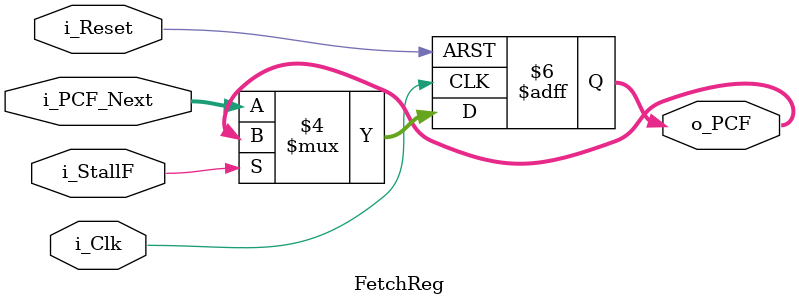
<source format=sv>
module FetchReg
(
    input  logic        i_Clk,
    input  logic        i_Reset,

    // Input from Hazard Unit
    input  logic        i_StallF,
    
    // Input from Data Path
    input  logic [31:0] i_PCF_Next,

    // Output to Data Path
    output logic [31:0] o_PCF
);

    always_ff @(posedge i_Clk or negedge i_Reset)
        if(~i_Reset)
            o_PCF <= 0;
        else if(~i_StallF)                          // If there is a stall, don't update o_PCF
            o_PCF <= i_PCF_Next;

endmodule
</source>
